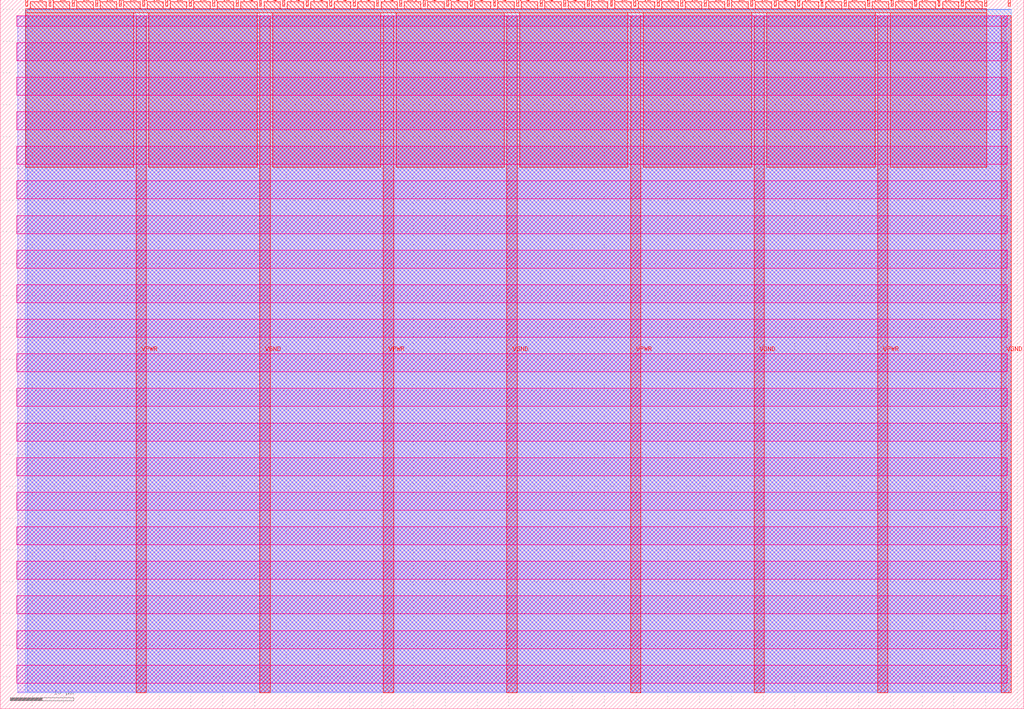
<source format=lef>
VERSION 5.7 ;
  NOWIREEXTENSIONATPIN ON ;
  DIVIDERCHAR "/" ;
  BUSBITCHARS "[]" ;
MACRO tt_um_lfsr
  CLASS BLOCK ;
  FOREIGN tt_um_lfsr ;
  ORIGIN 0.000 0.000 ;
  SIZE 161.000 BY 111.520 ;
  PIN VGND
    DIRECTION INOUT ;
    USE GROUND ;
    PORT
      LAYER met4 ;
        RECT 40.830 2.480 42.430 109.040 ;
    END
    PORT
      LAYER met4 ;
        RECT 79.700 2.480 81.300 109.040 ;
    END
    PORT
      LAYER met4 ;
        RECT 118.570 2.480 120.170 109.040 ;
    END
    PORT
      LAYER met4 ;
        RECT 157.440 2.480 159.040 109.040 ;
    END
  END VGND
  PIN VPWR
    DIRECTION INOUT ;
    USE POWER ;
    PORT
      LAYER met4 ;
        RECT 21.395 2.480 22.995 109.040 ;
    END
    PORT
      LAYER met4 ;
        RECT 60.265 2.480 61.865 109.040 ;
    END
    PORT
      LAYER met4 ;
        RECT 99.135 2.480 100.735 109.040 ;
    END
    PORT
      LAYER met4 ;
        RECT 138.005 2.480 139.605 109.040 ;
    END
  END VPWR
  PIN clk
    DIRECTION INPUT ;
    USE SIGNAL ;
    ANTENNAGATEAREA 0.852000 ;
    PORT
      LAYER met4 ;
        RECT 154.870 110.520 155.170 111.520 ;
    END
  END clk
  PIN ena
    DIRECTION INPUT ;
    USE SIGNAL ;
    PORT
      LAYER met4 ;
        RECT 158.550 110.520 158.850 111.520 ;
    END
  END ena
  PIN rst_n
    DIRECTION INPUT ;
    USE SIGNAL ;
    ANTENNAGATEAREA 0.196500 ;
    PORT
      LAYER met4 ;
        RECT 151.190 110.520 151.490 111.520 ;
    END
  END rst_n
  PIN ui_in[0]
    DIRECTION INPUT ;
    USE SIGNAL ;
    ANTENNAGATEAREA 0.213000 ;
    PORT
      LAYER met4 ;
        RECT 147.510 110.520 147.810 111.520 ;
    END
  END ui_in[0]
  PIN ui_in[1]
    DIRECTION INPUT ;
    USE SIGNAL ;
    ANTENNAGATEAREA 0.213000 ;
    PORT
      LAYER met4 ;
        RECT 143.830 110.520 144.130 111.520 ;
    END
  END ui_in[1]
  PIN ui_in[2]
    DIRECTION INPUT ;
    USE SIGNAL ;
    ANTENNAGATEAREA 0.213000 ;
    PORT
      LAYER met4 ;
        RECT 140.150 110.520 140.450 111.520 ;
    END
  END ui_in[2]
  PIN ui_in[3]
    DIRECTION INPUT ;
    USE SIGNAL ;
    ANTENNAGATEAREA 0.213000 ;
    PORT
      LAYER met4 ;
        RECT 136.470 110.520 136.770 111.520 ;
    END
  END ui_in[3]
  PIN ui_in[4]
    DIRECTION INPUT ;
    USE SIGNAL ;
    ANTENNAGATEAREA 0.213000 ;
    PORT
      LAYER met4 ;
        RECT 132.790 110.520 133.090 111.520 ;
    END
  END ui_in[4]
  PIN ui_in[5]
    DIRECTION INPUT ;
    USE SIGNAL ;
    ANTENNAGATEAREA 0.213000 ;
    PORT
      LAYER met4 ;
        RECT 129.110 110.520 129.410 111.520 ;
    END
  END ui_in[5]
  PIN ui_in[6]
    DIRECTION INPUT ;
    USE SIGNAL ;
    ANTENNAGATEAREA 0.126000 ;
    PORT
      LAYER met4 ;
        RECT 125.430 110.520 125.730 111.520 ;
    END
  END ui_in[6]
  PIN ui_in[7]
    DIRECTION INPUT ;
    USE SIGNAL ;
    ANTENNAGATEAREA 0.126000 ;
    PORT
      LAYER met4 ;
        RECT 121.750 110.520 122.050 111.520 ;
    END
  END ui_in[7]
  PIN uio_in[0]
    DIRECTION INPUT ;
    USE SIGNAL ;
    ANTENNAGATEAREA 0.196500 ;
    PORT
      LAYER met4 ;
        RECT 118.070 110.520 118.370 111.520 ;
    END
  END uio_in[0]
  PIN uio_in[1]
    DIRECTION INPUT ;
    USE SIGNAL ;
    ANTENNAGATEAREA 0.196500 ;
    PORT
      LAYER met4 ;
        RECT 114.390 110.520 114.690 111.520 ;
    END
  END uio_in[1]
  PIN uio_in[2]
    DIRECTION INPUT ;
    USE SIGNAL ;
    ANTENNAGATEAREA 0.196500 ;
    PORT
      LAYER met4 ;
        RECT 110.710 110.520 111.010 111.520 ;
    END
  END uio_in[2]
  PIN uio_in[3]
    DIRECTION INPUT ;
    USE SIGNAL ;
    ANTENNAGATEAREA 0.213000 ;
    PORT
      LAYER met4 ;
        RECT 107.030 110.520 107.330 111.520 ;
    END
  END uio_in[3]
  PIN uio_in[4]
    DIRECTION INPUT ;
    USE SIGNAL ;
    ANTENNAGATEAREA 0.213000 ;
    PORT
      LAYER met4 ;
        RECT 103.350 110.520 103.650 111.520 ;
    END
  END uio_in[4]
  PIN uio_in[5]
    DIRECTION INPUT ;
    USE SIGNAL ;
    ANTENNAGATEAREA 0.213000 ;
    PORT
      LAYER met4 ;
        RECT 99.670 110.520 99.970 111.520 ;
    END
  END uio_in[5]
  PIN uio_in[6]
    DIRECTION INPUT ;
    USE SIGNAL ;
    PORT
      LAYER met4 ;
        RECT 95.990 110.520 96.290 111.520 ;
    END
  END uio_in[6]
  PIN uio_in[7]
    DIRECTION INPUT ;
    USE SIGNAL ;
    PORT
      LAYER met4 ;
        RECT 92.310 110.520 92.610 111.520 ;
    END
  END uio_in[7]
  PIN uio_oe[0]
    DIRECTION OUTPUT TRISTATE ;
    USE SIGNAL ;
    PORT
      LAYER met4 ;
        RECT 29.750 110.520 30.050 111.520 ;
    END
  END uio_oe[0]
  PIN uio_oe[1]
    DIRECTION OUTPUT TRISTATE ;
    USE SIGNAL ;
    PORT
      LAYER met4 ;
        RECT 26.070 110.520 26.370 111.520 ;
    END
  END uio_oe[1]
  PIN uio_oe[2]
    DIRECTION OUTPUT TRISTATE ;
    USE SIGNAL ;
    PORT
      LAYER met4 ;
        RECT 22.390 110.520 22.690 111.520 ;
    END
  END uio_oe[2]
  PIN uio_oe[3]
    DIRECTION OUTPUT TRISTATE ;
    USE SIGNAL ;
    PORT
      LAYER met4 ;
        RECT 18.710 110.520 19.010 111.520 ;
    END
  END uio_oe[3]
  PIN uio_oe[4]
    DIRECTION OUTPUT TRISTATE ;
    USE SIGNAL ;
    PORT
      LAYER met4 ;
        RECT 15.030 110.520 15.330 111.520 ;
    END
  END uio_oe[4]
  PIN uio_oe[5]
    DIRECTION OUTPUT TRISTATE ;
    USE SIGNAL ;
    PORT
      LAYER met4 ;
        RECT 11.350 110.520 11.650 111.520 ;
    END
  END uio_oe[5]
  PIN uio_oe[6]
    DIRECTION OUTPUT TRISTATE ;
    USE SIGNAL ;
    PORT
      LAYER met4 ;
        RECT 7.670 110.520 7.970 111.520 ;
    END
  END uio_oe[6]
  PIN uio_oe[7]
    DIRECTION OUTPUT TRISTATE ;
    USE SIGNAL ;
    PORT
      LAYER met4 ;
        RECT 3.990 110.520 4.290 111.520 ;
    END
  END uio_oe[7]
  PIN uio_out[0]
    DIRECTION OUTPUT TRISTATE ;
    USE SIGNAL ;
    PORT
      LAYER met4 ;
        RECT 59.190 110.520 59.490 111.520 ;
    END
  END uio_out[0]
  PIN uio_out[1]
    DIRECTION OUTPUT TRISTATE ;
    USE SIGNAL ;
    PORT
      LAYER met4 ;
        RECT 55.510 110.520 55.810 111.520 ;
    END
  END uio_out[1]
  PIN uio_out[2]
    DIRECTION OUTPUT TRISTATE ;
    USE SIGNAL ;
    PORT
      LAYER met4 ;
        RECT 51.830 110.520 52.130 111.520 ;
    END
  END uio_out[2]
  PIN uio_out[3]
    DIRECTION OUTPUT TRISTATE ;
    USE SIGNAL ;
    PORT
      LAYER met4 ;
        RECT 48.150 110.520 48.450 111.520 ;
    END
  END uio_out[3]
  PIN uio_out[4]
    DIRECTION OUTPUT TRISTATE ;
    USE SIGNAL ;
    PORT
      LAYER met4 ;
        RECT 44.470 110.520 44.770 111.520 ;
    END
  END uio_out[4]
  PIN uio_out[5]
    DIRECTION OUTPUT TRISTATE ;
    USE SIGNAL ;
    PORT
      LAYER met4 ;
        RECT 40.790 110.520 41.090 111.520 ;
    END
  END uio_out[5]
  PIN uio_out[6]
    DIRECTION OUTPUT TRISTATE ;
    USE SIGNAL ;
    PORT
      LAYER met4 ;
        RECT 37.110 110.520 37.410 111.520 ;
    END
  END uio_out[6]
  PIN uio_out[7]
    DIRECTION OUTPUT TRISTATE ;
    USE SIGNAL ;
    PORT
      LAYER met4 ;
        RECT 33.430 110.520 33.730 111.520 ;
    END
  END uio_out[7]
  PIN uo_out[0]
    DIRECTION OUTPUT TRISTATE ;
    USE SIGNAL ;
    PORT
      LAYER met4 ;
        RECT 88.630 110.520 88.930 111.520 ;
    END
  END uo_out[0]
  PIN uo_out[1]
    DIRECTION OUTPUT TRISTATE ;
    USE SIGNAL ;
    ANTENNADIFFAREA 0.445500 ;
    PORT
      LAYER met4 ;
        RECT 84.950 110.520 85.250 111.520 ;
    END
  END uo_out[1]
  PIN uo_out[2]
    DIRECTION OUTPUT TRISTATE ;
    USE SIGNAL ;
    ANTENNADIFFAREA 0.795200 ;
    PORT
      LAYER met4 ;
        RECT 81.270 110.520 81.570 111.520 ;
    END
  END uo_out[2]
  PIN uo_out[3]
    DIRECTION OUTPUT TRISTATE ;
    USE SIGNAL ;
    PORT
      LAYER met4 ;
        RECT 77.590 110.520 77.890 111.520 ;
    END
  END uo_out[3]
  PIN uo_out[4]
    DIRECTION OUTPUT TRISTATE ;
    USE SIGNAL ;
    PORT
      LAYER met4 ;
        RECT 73.910 110.520 74.210 111.520 ;
    END
  END uo_out[4]
  PIN uo_out[5]
    DIRECTION OUTPUT TRISTATE ;
    USE SIGNAL ;
    PORT
      LAYER met4 ;
        RECT 70.230 110.520 70.530 111.520 ;
    END
  END uo_out[5]
  PIN uo_out[6]
    DIRECTION OUTPUT TRISTATE ;
    USE SIGNAL ;
    PORT
      LAYER met4 ;
        RECT 66.550 110.520 66.850 111.520 ;
    END
  END uo_out[6]
  PIN uo_out[7]
    DIRECTION OUTPUT TRISTATE ;
    USE SIGNAL ;
    PORT
      LAYER met4 ;
        RECT 62.870 110.520 63.170 111.520 ;
    END
  END uo_out[7]
  OBS
      LAYER nwell ;
        RECT 2.570 107.385 158.430 108.990 ;
        RECT 2.570 101.945 158.430 104.775 ;
        RECT 2.570 96.505 158.430 99.335 ;
        RECT 2.570 91.065 158.430 93.895 ;
        RECT 2.570 85.625 158.430 88.455 ;
        RECT 2.570 80.185 158.430 83.015 ;
        RECT 2.570 74.745 158.430 77.575 ;
        RECT 2.570 69.305 158.430 72.135 ;
        RECT 2.570 63.865 158.430 66.695 ;
        RECT 2.570 58.425 158.430 61.255 ;
        RECT 2.570 52.985 158.430 55.815 ;
        RECT 2.570 47.545 158.430 50.375 ;
        RECT 2.570 42.105 158.430 44.935 ;
        RECT 2.570 36.665 158.430 39.495 ;
        RECT 2.570 31.225 158.430 34.055 ;
        RECT 2.570 25.785 158.430 28.615 ;
        RECT 2.570 20.345 158.430 23.175 ;
        RECT 2.570 14.905 158.430 17.735 ;
        RECT 2.570 9.465 158.430 12.295 ;
        RECT 2.570 4.025 158.430 6.855 ;
      LAYER li1 ;
        RECT 2.760 2.635 158.240 108.885 ;
      LAYER met1 ;
        RECT 2.760 2.480 159.040 109.040 ;
      LAYER met2 ;
        RECT 4.230 2.535 159.010 110.005 ;
      LAYER met3 ;
        RECT 3.950 2.555 159.030 109.985 ;
      LAYER met4 ;
        RECT 4.690 110.120 7.270 111.170 ;
        RECT 8.370 110.120 10.950 111.170 ;
        RECT 12.050 110.120 14.630 111.170 ;
        RECT 15.730 110.120 18.310 111.170 ;
        RECT 19.410 110.120 21.990 111.170 ;
        RECT 23.090 110.120 25.670 111.170 ;
        RECT 26.770 110.120 29.350 111.170 ;
        RECT 30.450 110.120 33.030 111.170 ;
        RECT 34.130 110.120 36.710 111.170 ;
        RECT 37.810 110.120 40.390 111.170 ;
        RECT 41.490 110.120 44.070 111.170 ;
        RECT 45.170 110.120 47.750 111.170 ;
        RECT 48.850 110.120 51.430 111.170 ;
        RECT 52.530 110.120 55.110 111.170 ;
        RECT 56.210 110.120 58.790 111.170 ;
        RECT 59.890 110.120 62.470 111.170 ;
        RECT 63.570 110.120 66.150 111.170 ;
        RECT 67.250 110.120 69.830 111.170 ;
        RECT 70.930 110.120 73.510 111.170 ;
        RECT 74.610 110.120 77.190 111.170 ;
        RECT 78.290 110.120 80.870 111.170 ;
        RECT 81.970 110.120 84.550 111.170 ;
        RECT 85.650 110.120 88.230 111.170 ;
        RECT 89.330 110.120 91.910 111.170 ;
        RECT 93.010 110.120 95.590 111.170 ;
        RECT 96.690 110.120 99.270 111.170 ;
        RECT 100.370 110.120 102.950 111.170 ;
        RECT 104.050 110.120 106.630 111.170 ;
        RECT 107.730 110.120 110.310 111.170 ;
        RECT 111.410 110.120 113.990 111.170 ;
        RECT 115.090 110.120 117.670 111.170 ;
        RECT 118.770 110.120 121.350 111.170 ;
        RECT 122.450 110.120 125.030 111.170 ;
        RECT 126.130 110.120 128.710 111.170 ;
        RECT 129.810 110.120 132.390 111.170 ;
        RECT 133.490 110.120 136.070 111.170 ;
        RECT 137.170 110.120 139.750 111.170 ;
        RECT 140.850 110.120 143.430 111.170 ;
        RECT 144.530 110.120 147.110 111.170 ;
        RECT 148.210 110.120 150.790 111.170 ;
        RECT 151.890 110.120 154.470 111.170 ;
        RECT 3.975 109.440 155.185 110.120 ;
        RECT 3.975 85.175 20.995 109.440 ;
        RECT 23.395 85.175 40.430 109.440 ;
        RECT 42.830 85.175 59.865 109.440 ;
        RECT 62.265 85.175 79.300 109.440 ;
        RECT 81.700 85.175 98.735 109.440 ;
        RECT 101.135 85.175 118.170 109.440 ;
        RECT 120.570 85.175 137.605 109.440 ;
        RECT 140.005 85.175 155.185 109.440 ;
  END
END tt_um_lfsr
END LIBRARY


</source>
